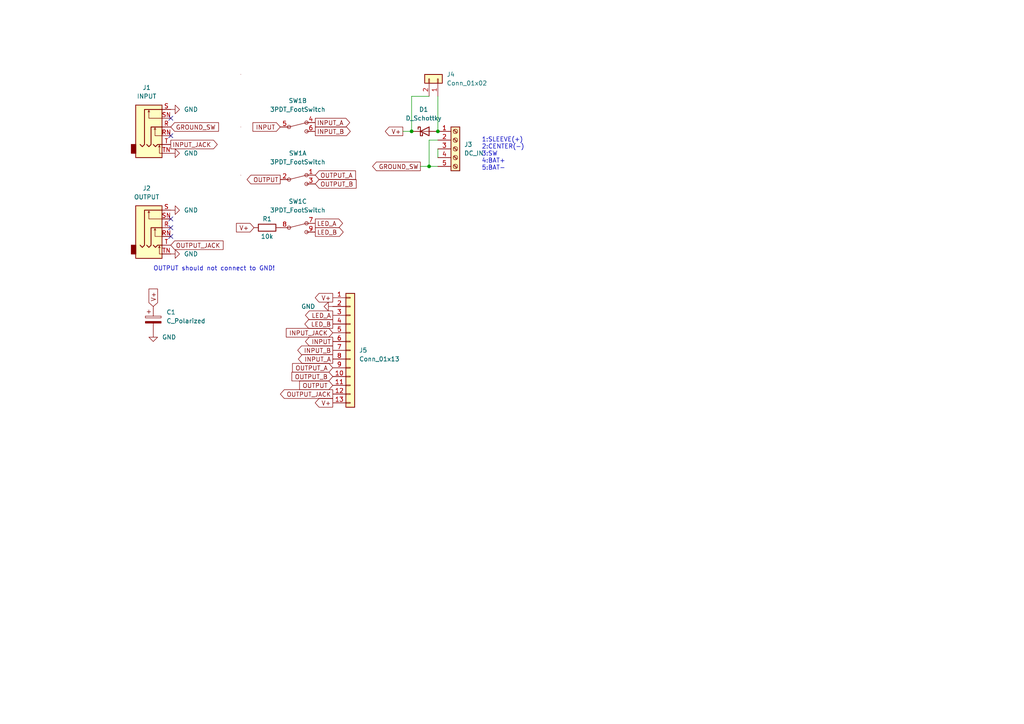
<source format=kicad_sch>
(kicad_sch (version 20211123) (generator eeschema)

  (uuid 8382aa8f-4497-4066-9c82-5874a6c8156a)

  (paper "A4")

  (lib_symbols
    (symbol "Connector:AudioJack3_Switch" (in_bom yes) (on_board yes)
      (property "Reference" "J" (id 0) (at 0 11.43 0)
        (effects (font (size 1.27 1.27)))
      )
      (property "Value" "AudioJack3_Switch" (id 1) (at 0 8.89 0)
        (effects (font (size 1.27 1.27)))
      )
      (property "Footprint" "" (id 2) (at 0 0 0)
        (effects (font (size 1.27 1.27)) hide)
      )
      (property "Datasheet" "~" (id 3) (at 0 0 0)
        (effects (font (size 1.27 1.27)) hide)
      )
      (property "ki_keywords" "audio jack receptacle stereo headphones connector" (id 4) (at 0 0 0)
        (effects (font (size 1.27 1.27)) hide)
      )
      (property "ki_description" "Audio Jack, 3 Poles (Stereo / TRS), Switched Poles (Normalling)" (id 5) (at 0 0 0)
        (effects (font (size 1.27 1.27)) hide)
      )
      (property "ki_fp_filters" "Jack*" (id 6) (at 0 0 0)
        (effects (font (size 1.27 1.27)) hide)
      )
      (symbol "AudioJack3_Switch_0_1"
        (rectangle (start -5.08 -5.08) (end -6.35 -7.62)
          (stroke (width 0.254) (type default) (color 0 0 0 0))
          (fill (type outline))
        )
        (polyline
          (pts
            (xy -1.27 4.826)
            (xy -1.016 4.318)
          )
          (stroke (width 0) (type default) (color 0 0 0 0))
          (fill (type none))
        )
        (polyline
          (pts
            (xy 0.508 -0.254)
            (xy 0.762 -0.762)
          )
          (stroke (width 0) (type default) (color 0 0 0 0))
          (fill (type none))
        )
        (polyline
          (pts
            (xy 1.778 -5.334)
            (xy 2.032 -5.842)
          )
          (stroke (width 0) (type default) (color 0 0 0 0))
          (fill (type none))
        )
        (polyline
          (pts
            (xy 0 -5.08)
            (xy 0.635 -5.715)
            (xy 1.27 -5.08)
            (xy 2.54 -5.08)
          )
          (stroke (width 0.254) (type default) (color 0 0 0 0))
          (fill (type none))
        )
        (polyline
          (pts
            (xy 2.54 -7.62)
            (xy 1.778 -7.62)
            (xy 1.778 -5.334)
            (xy 1.524 -5.842)
          )
          (stroke (width 0) (type default) (color 0 0 0 0))
          (fill (type none))
        )
        (polyline
          (pts
            (xy 2.54 -2.54)
            (xy 0.508 -2.54)
            (xy 0.508 -0.254)
            (xy 0.254 -0.762)
          )
          (stroke (width 0) (type default) (color 0 0 0 0))
          (fill (type none))
        )
        (polyline
          (pts
            (xy 2.54 2.54)
            (xy -1.27 2.54)
            (xy -1.27 4.826)
            (xy -1.524 4.318)
          )
          (stroke (width 0) (type default) (color 0 0 0 0))
          (fill (type none))
        )
        (polyline
          (pts
            (xy -1.905 -5.08)
            (xy -1.27 -5.715)
            (xy -0.635 -5.08)
            (xy -0.635 0)
            (xy 2.54 0)
          )
          (stroke (width 0.254) (type default) (color 0 0 0 0))
          (fill (type none))
        )
        (polyline
          (pts
            (xy 2.54 5.08)
            (xy -2.54 5.08)
            (xy -2.54 -5.08)
            (xy -3.175 -5.715)
            (xy -3.81 -5.08)
          )
          (stroke (width 0.254) (type default) (color 0 0 0 0))
          (fill (type none))
        )
        (rectangle (start 2.54 6.35) (end -5.08 -8.89)
          (stroke (width 0.254) (type default) (color 0 0 0 0))
          (fill (type background))
        )
      )
      (symbol "AudioJack3_Switch_1_1"
        (pin passive line (at 5.08 0 180) (length 2.54)
          (name "~" (effects (font (size 1.27 1.27))))
          (number "R" (effects (font (size 1.27 1.27))))
        )
        (pin passive line (at 5.08 -2.54 180) (length 2.54)
          (name "~" (effects (font (size 1.27 1.27))))
          (number "RN" (effects (font (size 1.27 1.27))))
        )
        (pin passive line (at 5.08 5.08 180) (length 2.54)
          (name "~" (effects (font (size 1.27 1.27))))
          (number "S" (effects (font (size 1.27 1.27))))
        )
        (pin passive line (at 5.08 2.54 180) (length 2.54)
          (name "~" (effects (font (size 1.27 1.27))))
          (number "SN" (effects (font (size 1.27 1.27))))
        )
        (pin passive line (at 5.08 -5.08 180) (length 2.54)
          (name "~" (effects (font (size 1.27 1.27))))
          (number "T" (effects (font (size 1.27 1.27))))
        )
        (pin passive line (at 5.08 -7.62 180) (length 2.54)
          (name "~" (effects (font (size 1.27 1.27))))
          (number "TN" (effects (font (size 1.27 1.27))))
        )
      )
    )
    (symbol "Connector:Screw_Terminal_01x05" (pin_names (offset 1.016) hide) (in_bom yes) (on_board yes)
      (property "Reference" "J" (id 0) (at 0 7.62 0)
        (effects (font (size 1.27 1.27)))
      )
      (property "Value" "Screw_Terminal_01x05" (id 1) (at 0 -7.62 0)
        (effects (font (size 1.27 1.27)))
      )
      (property "Footprint" "" (id 2) (at 0 0 0)
        (effects (font (size 1.27 1.27)) hide)
      )
      (property "Datasheet" "~" (id 3) (at 0 0 0)
        (effects (font (size 1.27 1.27)) hide)
      )
      (property "ki_keywords" "screw terminal" (id 4) (at 0 0 0)
        (effects (font (size 1.27 1.27)) hide)
      )
      (property "ki_description" "Generic screw terminal, single row, 01x05, script generated (kicad-library-utils/schlib/autogen/connector/)" (id 5) (at 0 0 0)
        (effects (font (size 1.27 1.27)) hide)
      )
      (property "ki_fp_filters" "TerminalBlock*:*" (id 6) (at 0 0 0)
        (effects (font (size 1.27 1.27)) hide)
      )
      (symbol "Screw_Terminal_01x05_1_1"
        (rectangle (start -1.27 6.35) (end 1.27 -6.35)
          (stroke (width 0.254) (type default) (color 0 0 0 0))
          (fill (type background))
        )
        (circle (center 0 -5.08) (radius 0.635)
          (stroke (width 0.1524) (type default) (color 0 0 0 0))
          (fill (type none))
        )
        (circle (center 0 -2.54) (radius 0.635)
          (stroke (width 0.1524) (type default) (color 0 0 0 0))
          (fill (type none))
        )
        (polyline
          (pts
            (xy -0.5334 -4.7498)
            (xy 0.3302 -5.588)
          )
          (stroke (width 0.1524) (type default) (color 0 0 0 0))
          (fill (type none))
        )
        (polyline
          (pts
            (xy -0.5334 -2.2098)
            (xy 0.3302 -3.048)
          )
          (stroke (width 0.1524) (type default) (color 0 0 0 0))
          (fill (type none))
        )
        (polyline
          (pts
            (xy -0.5334 0.3302)
            (xy 0.3302 -0.508)
          )
          (stroke (width 0.1524) (type default) (color 0 0 0 0))
          (fill (type none))
        )
        (polyline
          (pts
            (xy -0.5334 2.8702)
            (xy 0.3302 2.032)
          )
          (stroke (width 0.1524) (type default) (color 0 0 0 0))
          (fill (type none))
        )
        (polyline
          (pts
            (xy -0.5334 5.4102)
            (xy 0.3302 4.572)
          )
          (stroke (width 0.1524) (type default) (color 0 0 0 0))
          (fill (type none))
        )
        (polyline
          (pts
            (xy -0.3556 -4.572)
            (xy 0.508 -5.4102)
          )
          (stroke (width 0.1524) (type default) (color 0 0 0 0))
          (fill (type none))
        )
        (polyline
          (pts
            (xy -0.3556 -2.032)
            (xy 0.508 -2.8702)
          )
          (stroke (width 0.1524) (type default) (color 0 0 0 0))
          (fill (type none))
        )
        (polyline
          (pts
            (xy -0.3556 0.508)
            (xy 0.508 -0.3302)
          )
          (stroke (width 0.1524) (type default) (color 0 0 0 0))
          (fill (type none))
        )
        (polyline
          (pts
            (xy -0.3556 3.048)
            (xy 0.508 2.2098)
          )
          (stroke (width 0.1524) (type default) (color 0 0 0 0))
          (fill (type none))
        )
        (polyline
          (pts
            (xy -0.3556 5.588)
            (xy 0.508 4.7498)
          )
          (stroke (width 0.1524) (type default) (color 0 0 0 0))
          (fill (type none))
        )
        (circle (center 0 0) (radius 0.635)
          (stroke (width 0.1524) (type default) (color 0 0 0 0))
          (fill (type none))
        )
        (circle (center 0 2.54) (radius 0.635)
          (stroke (width 0.1524) (type default) (color 0 0 0 0))
          (fill (type none))
        )
        (circle (center 0 5.08) (radius 0.635)
          (stroke (width 0.1524) (type default) (color 0 0 0 0))
          (fill (type none))
        )
        (pin passive line (at -5.08 5.08 0) (length 3.81)
          (name "Pin_1" (effects (font (size 1.27 1.27))))
          (number "1" (effects (font (size 1.27 1.27))))
        )
        (pin passive line (at -5.08 2.54 0) (length 3.81)
          (name "Pin_2" (effects (font (size 1.27 1.27))))
          (number "2" (effects (font (size 1.27 1.27))))
        )
        (pin passive line (at -5.08 0 0) (length 3.81)
          (name "Pin_3" (effects (font (size 1.27 1.27))))
          (number "3" (effects (font (size 1.27 1.27))))
        )
        (pin passive line (at -5.08 -2.54 0) (length 3.81)
          (name "Pin_4" (effects (font (size 1.27 1.27))))
          (number "4" (effects (font (size 1.27 1.27))))
        )
        (pin passive line (at -5.08 -5.08 0) (length 3.81)
          (name "Pin_5" (effects (font (size 1.27 1.27))))
          (number "5" (effects (font (size 1.27 1.27))))
        )
      )
    )
    (symbol "Connector_Generic:Conn_01x02" (pin_names (offset 1.016) hide) (in_bom yes) (on_board yes)
      (property "Reference" "J" (id 0) (at 0 2.54 0)
        (effects (font (size 1.27 1.27)))
      )
      (property "Value" "Conn_01x02" (id 1) (at 0 -5.08 0)
        (effects (font (size 1.27 1.27)))
      )
      (property "Footprint" "" (id 2) (at 0 0 0)
        (effects (font (size 1.27 1.27)) hide)
      )
      (property "Datasheet" "~" (id 3) (at 0 0 0)
        (effects (font (size 1.27 1.27)) hide)
      )
      (property "ki_keywords" "connector" (id 4) (at 0 0 0)
        (effects (font (size 1.27 1.27)) hide)
      )
      (property "ki_description" "Generic connector, single row, 01x02, script generated (kicad-library-utils/schlib/autogen/connector/)" (id 5) (at 0 0 0)
        (effects (font (size 1.27 1.27)) hide)
      )
      (property "ki_fp_filters" "Connector*:*_1x??_*" (id 6) (at 0 0 0)
        (effects (font (size 1.27 1.27)) hide)
      )
      (symbol "Conn_01x02_1_1"
        (rectangle (start -1.27 -2.413) (end 0 -2.667)
          (stroke (width 0.1524) (type default) (color 0 0 0 0))
          (fill (type none))
        )
        (rectangle (start -1.27 0.127) (end 0 -0.127)
          (stroke (width 0.1524) (type default) (color 0 0 0 0))
          (fill (type none))
        )
        (rectangle (start -1.27 1.27) (end 1.27 -3.81)
          (stroke (width 0.254) (type default) (color 0 0 0 0))
          (fill (type background))
        )
        (pin passive line (at -5.08 0 0) (length 3.81)
          (name "Pin_1" (effects (font (size 1.27 1.27))))
          (number "1" (effects (font (size 1.27 1.27))))
        )
        (pin passive line (at -5.08 -2.54 0) (length 3.81)
          (name "Pin_2" (effects (font (size 1.27 1.27))))
          (number "2" (effects (font (size 1.27 1.27))))
        )
      )
    )
    (symbol "Connector_Generic:Conn_01x13" (pin_names (offset 1.016) hide) (in_bom yes) (on_board yes)
      (property "Reference" "J" (id 0) (at 0 17.78 0)
        (effects (font (size 1.27 1.27)))
      )
      (property "Value" "Conn_01x13" (id 1) (at 0 -17.78 0)
        (effects (font (size 1.27 1.27)))
      )
      (property "Footprint" "" (id 2) (at 0 0 0)
        (effects (font (size 1.27 1.27)) hide)
      )
      (property "Datasheet" "~" (id 3) (at 0 0 0)
        (effects (font (size 1.27 1.27)) hide)
      )
      (property "ki_keywords" "connector" (id 4) (at 0 0 0)
        (effects (font (size 1.27 1.27)) hide)
      )
      (property "ki_description" "Generic connector, single row, 01x13, script generated (kicad-library-utils/schlib/autogen/connector/)" (id 5) (at 0 0 0)
        (effects (font (size 1.27 1.27)) hide)
      )
      (property "ki_fp_filters" "Connector*:*_1x??_*" (id 6) (at 0 0 0)
        (effects (font (size 1.27 1.27)) hide)
      )
      (symbol "Conn_01x13_1_1"
        (rectangle (start -1.27 -15.113) (end 0 -15.367)
          (stroke (width 0.1524) (type default) (color 0 0 0 0))
          (fill (type none))
        )
        (rectangle (start -1.27 -12.573) (end 0 -12.827)
          (stroke (width 0.1524) (type default) (color 0 0 0 0))
          (fill (type none))
        )
        (rectangle (start -1.27 -10.033) (end 0 -10.287)
          (stroke (width 0.1524) (type default) (color 0 0 0 0))
          (fill (type none))
        )
        (rectangle (start -1.27 -7.493) (end 0 -7.747)
          (stroke (width 0.1524) (type default) (color 0 0 0 0))
          (fill (type none))
        )
        (rectangle (start -1.27 -4.953) (end 0 -5.207)
          (stroke (width 0.1524) (type default) (color 0 0 0 0))
          (fill (type none))
        )
        (rectangle (start -1.27 -2.413) (end 0 -2.667)
          (stroke (width 0.1524) (type default) (color 0 0 0 0))
          (fill (type none))
        )
        (rectangle (start -1.27 0.127) (end 0 -0.127)
          (stroke (width 0.1524) (type default) (color 0 0 0 0))
          (fill (type none))
        )
        (rectangle (start -1.27 2.667) (end 0 2.413)
          (stroke (width 0.1524) (type default) (color 0 0 0 0))
          (fill (type none))
        )
        (rectangle (start -1.27 5.207) (end 0 4.953)
          (stroke (width 0.1524) (type default) (color 0 0 0 0))
          (fill (type none))
        )
        (rectangle (start -1.27 7.747) (end 0 7.493)
          (stroke (width 0.1524) (type default) (color 0 0 0 0))
          (fill (type none))
        )
        (rectangle (start -1.27 10.287) (end 0 10.033)
          (stroke (width 0.1524) (type default) (color 0 0 0 0))
          (fill (type none))
        )
        (rectangle (start -1.27 12.827) (end 0 12.573)
          (stroke (width 0.1524) (type default) (color 0 0 0 0))
          (fill (type none))
        )
        (rectangle (start -1.27 15.367) (end 0 15.113)
          (stroke (width 0.1524) (type default) (color 0 0 0 0))
          (fill (type none))
        )
        (rectangle (start -1.27 16.51) (end 1.27 -16.51)
          (stroke (width 0.254) (type default) (color 0 0 0 0))
          (fill (type background))
        )
        (pin passive line (at -5.08 15.24 0) (length 3.81)
          (name "Pin_1" (effects (font (size 1.27 1.27))))
          (number "1" (effects (font (size 1.27 1.27))))
        )
        (pin passive line (at -5.08 -7.62 0) (length 3.81)
          (name "Pin_10" (effects (font (size 1.27 1.27))))
          (number "10" (effects (font (size 1.27 1.27))))
        )
        (pin passive line (at -5.08 -10.16 0) (length 3.81)
          (name "Pin_11" (effects (font (size 1.27 1.27))))
          (number "11" (effects (font (size 1.27 1.27))))
        )
        (pin passive line (at -5.08 -12.7 0) (length 3.81)
          (name "Pin_12" (effects (font (size 1.27 1.27))))
          (number "12" (effects (font (size 1.27 1.27))))
        )
        (pin passive line (at -5.08 -15.24 0) (length 3.81)
          (name "Pin_13" (effects (font (size 1.27 1.27))))
          (number "13" (effects (font (size 1.27 1.27))))
        )
        (pin passive line (at -5.08 12.7 0) (length 3.81)
          (name "Pin_2" (effects (font (size 1.27 1.27))))
          (number "2" (effects (font (size 1.27 1.27))))
        )
        (pin passive line (at -5.08 10.16 0) (length 3.81)
          (name "Pin_3" (effects (font (size 1.27 1.27))))
          (number "3" (effects (font (size 1.27 1.27))))
        )
        (pin passive line (at -5.08 7.62 0) (length 3.81)
          (name "Pin_4" (effects (font (size 1.27 1.27))))
          (number "4" (effects (font (size 1.27 1.27))))
        )
        (pin passive line (at -5.08 5.08 0) (length 3.81)
          (name "Pin_5" (effects (font (size 1.27 1.27))))
          (number "5" (effects (font (size 1.27 1.27))))
        )
        (pin passive line (at -5.08 2.54 0) (length 3.81)
          (name "Pin_6" (effects (font (size 1.27 1.27))))
          (number "6" (effects (font (size 1.27 1.27))))
        )
        (pin passive line (at -5.08 0 0) (length 3.81)
          (name "Pin_7" (effects (font (size 1.27 1.27))))
          (number "7" (effects (font (size 1.27 1.27))))
        )
        (pin passive line (at -5.08 -2.54 0) (length 3.81)
          (name "Pin_8" (effects (font (size 1.27 1.27))))
          (number "8" (effects (font (size 1.27 1.27))))
        )
        (pin passive line (at -5.08 -5.08 0) (length 3.81)
          (name "Pin_9" (effects (font (size 1.27 1.27))))
          (number "9" (effects (font (size 1.27 1.27))))
        )
      )
    )
    (symbol "Device:C_Polarized" (pin_numbers hide) (pin_names (offset 0.254)) (in_bom yes) (on_board yes)
      (property "Reference" "C" (id 0) (at 0.635 2.54 0)
        (effects (font (size 1.27 1.27)) (justify left))
      )
      (property "Value" "C_Polarized" (id 1) (at 0.635 -2.54 0)
        (effects (font (size 1.27 1.27)) (justify left))
      )
      (property "Footprint" "" (id 2) (at 0.9652 -3.81 0)
        (effects (font (size 1.27 1.27)) hide)
      )
      (property "Datasheet" "~" (id 3) (at 0 0 0)
        (effects (font (size 1.27 1.27)) hide)
      )
      (property "ki_keywords" "cap capacitor" (id 4) (at 0 0 0)
        (effects (font (size 1.27 1.27)) hide)
      )
      (property "ki_description" "Polarized capacitor" (id 5) (at 0 0 0)
        (effects (font (size 1.27 1.27)) hide)
      )
      (property "ki_fp_filters" "CP_*" (id 6) (at 0 0 0)
        (effects (font (size 1.27 1.27)) hide)
      )
      (symbol "C_Polarized_0_1"
        (rectangle (start -2.286 0.508) (end 2.286 1.016)
          (stroke (width 0) (type default) (color 0 0 0 0))
          (fill (type none))
        )
        (polyline
          (pts
            (xy -1.778 2.286)
            (xy -0.762 2.286)
          )
          (stroke (width 0) (type default) (color 0 0 0 0))
          (fill (type none))
        )
        (polyline
          (pts
            (xy -1.27 2.794)
            (xy -1.27 1.778)
          )
          (stroke (width 0) (type default) (color 0 0 0 0))
          (fill (type none))
        )
        (rectangle (start 2.286 -0.508) (end -2.286 -1.016)
          (stroke (width 0) (type default) (color 0 0 0 0))
          (fill (type outline))
        )
      )
      (symbol "C_Polarized_1_1"
        (pin passive line (at 0 3.81 270) (length 2.794)
          (name "~" (effects (font (size 1.27 1.27))))
          (number "1" (effects (font (size 1.27 1.27))))
        )
        (pin passive line (at 0 -3.81 90) (length 2.794)
          (name "~" (effects (font (size 1.27 1.27))))
          (number "2" (effects (font (size 1.27 1.27))))
        )
      )
    )
    (symbol "Device:D_Schottky" (pin_numbers hide) (pin_names (offset 1.016) hide) (in_bom yes) (on_board yes)
      (property "Reference" "D" (id 0) (at 0 2.54 0)
        (effects (font (size 1.27 1.27)))
      )
      (property "Value" "D_Schottky" (id 1) (at 0 -2.54 0)
        (effects (font (size 1.27 1.27)))
      )
      (property "Footprint" "" (id 2) (at 0 0 0)
        (effects (font (size 1.27 1.27)) hide)
      )
      (property "Datasheet" "~" (id 3) (at 0 0 0)
        (effects (font (size 1.27 1.27)) hide)
      )
      (property "ki_keywords" "diode Schottky" (id 4) (at 0 0 0)
        (effects (font (size 1.27 1.27)) hide)
      )
      (property "ki_description" "Schottky diode" (id 5) (at 0 0 0)
        (effects (font (size 1.27 1.27)) hide)
      )
      (property "ki_fp_filters" "TO-???* *_Diode_* *SingleDiode* D_*" (id 6) (at 0 0 0)
        (effects (font (size 1.27 1.27)) hide)
      )
      (symbol "D_Schottky_0_1"
        (polyline
          (pts
            (xy 1.27 0)
            (xy -1.27 0)
          )
          (stroke (width 0) (type default) (color 0 0 0 0))
          (fill (type none))
        )
        (polyline
          (pts
            (xy 1.27 1.27)
            (xy 1.27 -1.27)
            (xy -1.27 0)
            (xy 1.27 1.27)
          )
          (stroke (width 0.254) (type default) (color 0 0 0 0))
          (fill (type none))
        )
        (polyline
          (pts
            (xy -1.905 0.635)
            (xy -1.905 1.27)
            (xy -1.27 1.27)
            (xy -1.27 -1.27)
            (xy -0.635 -1.27)
            (xy -0.635 -0.635)
          )
          (stroke (width 0.254) (type default) (color 0 0 0 0))
          (fill (type none))
        )
      )
      (symbol "D_Schottky_1_1"
        (pin passive line (at -3.81 0 0) (length 2.54)
          (name "K" (effects (font (size 1.27 1.27))))
          (number "1" (effects (font (size 1.27 1.27))))
        )
        (pin passive line (at 3.81 0 180) (length 2.54)
          (name "A" (effects (font (size 1.27 1.27))))
          (number "2" (effects (font (size 1.27 1.27))))
        )
      )
    )
    (symbol "Device:R" (pin_numbers hide) (pin_names (offset 0)) (in_bom yes) (on_board yes)
      (property "Reference" "R" (id 0) (at 2.032 0 90)
        (effects (font (size 1.27 1.27)))
      )
      (property "Value" "R" (id 1) (at 0 0 90)
        (effects (font (size 1.27 1.27)))
      )
      (property "Footprint" "" (id 2) (at -1.778 0 90)
        (effects (font (size 1.27 1.27)) hide)
      )
      (property "Datasheet" "~" (id 3) (at 0 0 0)
        (effects (font (size 1.27 1.27)) hide)
      )
      (property "ki_keywords" "R res resistor" (id 4) (at 0 0 0)
        (effects (font (size 1.27 1.27)) hide)
      )
      (property "ki_description" "Resistor" (id 5) (at 0 0 0)
        (effects (font (size 1.27 1.27)) hide)
      )
      (property "ki_fp_filters" "R_*" (id 6) (at 0 0 0)
        (effects (font (size 1.27 1.27)) hide)
      )
      (symbol "R_0_1"
        (rectangle (start -1.016 -2.54) (end 1.016 2.54)
          (stroke (width 0.254) (type default) (color 0 0 0 0))
          (fill (type none))
        )
      )
      (symbol "R_1_1"
        (pin passive line (at 0 3.81 270) (length 1.27)
          (name "~" (effects (font (size 1.27 1.27))))
          (number "1" (effects (font (size 1.27 1.27))))
        )
        (pin passive line (at 0 -3.81 90) (length 1.27)
          (name "~" (effects (font (size 1.27 1.27))))
          (number "2" (effects (font (size 1.27 1.27))))
        )
      )
    )
    (symbol "ak_misc:3PDT_FootSwitch" (in_bom yes) (on_board yes)
      (property "Reference" "SW" (id 0) (at 0 -3.81 0)
        (effects (font (size 1.27 1.27)))
      )
      (property "Value" "3PDT_FootSwitch" (id 1) (at 0 5.08 0)
        (effects (font (size 1.27 1.27)))
      )
      (property "Footprint" "" (id 2) (at 0 0 0)
        (effects (font (size 1.27 1.27)) hide)
      )
      (property "Datasheet" "" (id 3) (at 0 0 0)
        (effects (font (size 1.27 1.27)) hide)
      )
      (symbol "3PDT_FootSwitch_0_1"
        (rectangle (start -16.51 15.24) (end -16.51 15.24)
          (stroke (width 0) (type default) (color 0 0 0 0))
          (fill (type none))
        )
        (circle (center -2.54 0) (radius 0.4927)
          (stroke (width 0) (type default) (color 0 0 0 0))
          (fill (type none))
        )
        (polyline
          (pts
            (xy -16.51 15.24)
            (xy -16.51 15.24)
          )
          (stroke (width 0) (type default) (color 0 0 0 0))
          (fill (type none))
        )
        (polyline
          (pts
            (xy -16.51 15.24)
            (xy -16.51 15.24)
          )
          (stroke (width 0) (type default) (color 0 0 0 0))
          (fill (type none))
        )
        (polyline
          (pts
            (xy -16.51 15.24)
            (xy -16.51 15.24)
          )
          (stroke (width 0) (type default) (color 0 0 0 0))
          (fill (type none))
        )
        (polyline
          (pts
            (xy -16.51 15.24)
            (xy -16.51 15.24)
          )
          (stroke (width 0) (type default) (color 0 0 0 0))
          (fill (type none))
        )
        (polyline
          (pts
            (xy 2.54 1.27)
            (xy -2.54 0)
          )
          (stroke (width 0) (type default) (color 0 0 0 0))
          (fill (type none))
        )
        (polyline
          (pts
            (xy 35.56 17.78)
            (xy 35.56 17.78)
          )
          (stroke (width 0) (type default) (color 0 0 0 0))
          (fill (type none))
        )
        (circle (center 2.54 -1.27) (radius 0.4927)
          (stroke (width 0) (type default) (color 0 0 0 0))
          (fill (type none))
        )
        (circle (center 2.54 1.27) (radius 0.4927)
          (stroke (width 0) (type default) (color 0 0 0 0))
          (fill (type none))
        )
      )
      (symbol "3PDT_FootSwitch_1_1"
        (pin bidirectional line (at 5.08 1.27 180) (length 2.54)
          (name "" (effects (font (size 1.27 1.27))))
          (number "1" (effects (font (size 1.27 1.27))))
        )
        (pin bidirectional line (at -5.08 0 0) (length 2.54)
          (name "" (effects (font (size 1.27 1.27))))
          (number "2" (effects (font (size 1.27 1.27))))
        )
        (pin bidirectional line (at 5.08 -1.27 180) (length 2.54)
          (name "" (effects (font (size 1.27 1.27))))
          (number "3" (effects (font (size 1.27 1.27))))
        )
      )
      (symbol "3PDT_FootSwitch_2_1"
        (pin bidirectional line (at 5.08 1.27 180) (length 2.54)
          (name "" (effects (font (size 1.27 1.27))))
          (number "4" (effects (font (size 1.27 1.27))))
        )
        (pin bidirectional line (at -5.08 0 0) (length 2.54)
          (name "" (effects (font (size 1.27 1.27))))
          (number "5" (effects (font (size 1.27 1.27))))
        )
        (pin bidirectional line (at 5.08 -1.27 180) (length 2.54)
          (name "" (effects (font (size 1.27 1.27))))
          (number "6" (effects (font (size 1.27 1.27))))
        )
      )
      (symbol "3PDT_FootSwitch_3_1"
        (pin bidirectional line (at 5.08 1.27 180) (length 2.54)
          (name "" (effects (font (size 1.27 1.27))))
          (number "7" (effects (font (size 1.27 1.27))))
        )
        (pin bidirectional line (at -5.08 0 0) (length 2.54)
          (name "" (effects (font (size 1.27 1.27))))
          (number "8" (effects (font (size 1.27 1.27))))
        )
        (pin bidirectional line (at 5.08 -1.27 180) (length 2.54)
          (name "" (effects (font (size 1.27 1.27))))
          (number "9" (effects (font (size 1.27 1.27))))
        )
      )
    )
    (symbol "power:GND" (power) (pin_names (offset 0)) (in_bom yes) (on_board yes)
      (property "Reference" "#PWR" (id 0) (at 0 -6.35 0)
        (effects (font (size 1.27 1.27)) hide)
      )
      (property "Value" "GND" (id 1) (at 0 -3.81 0)
        (effects (font (size 1.27 1.27)))
      )
      (property "Footprint" "" (id 2) (at 0 0 0)
        (effects (font (size 1.27 1.27)) hide)
      )
      (property "Datasheet" "" (id 3) (at 0 0 0)
        (effects (font (size 1.27 1.27)) hide)
      )
      (property "ki_keywords" "power-flag" (id 4) (at 0 0 0)
        (effects (font (size 1.27 1.27)) hide)
      )
      (property "ki_description" "Power symbol creates a global label with name \"GND\" , ground" (id 5) (at 0 0 0)
        (effects (font (size 1.27 1.27)) hide)
      )
      (symbol "GND_0_1"
        (polyline
          (pts
            (xy 0 0)
            (xy 0 -1.27)
            (xy 1.27 -1.27)
            (xy 0 -2.54)
            (xy -1.27 -1.27)
            (xy 0 -1.27)
          )
          (stroke (width 0) (type default) (color 0 0 0 0))
          (fill (type none))
        )
      )
      (symbol "GND_1_1"
        (pin power_in line (at 0 0 270) (length 0) hide
          (name "GND" (effects (font (size 1.27 1.27))))
          (number "1" (effects (font (size 1.27 1.27))))
        )
      )
    )
  )

  (junction (at 124.46 48.26) (diameter 0) (color 0 0 0 0)
    (uuid 0bdff84a-5d6e-4bb2-a808-094fa5440109)
  )
  (junction (at 119.38 38.1) (diameter 0) (color 0 0 0 0)
    (uuid 75074095-5864-47d1-8e9c-9f18413ff9bc)
  )
  (junction (at 127 38.1) (diameter 0) (color 0 0 0 0)
    (uuid 78ca8de2-a9e2-4844-8a7c-5fcc5b075ab6)
  )

  (no_connect (at 49.53 63.5) (uuid 59c4923f-48e1-4061-8b11-38652aa6f6ee))
  (no_connect (at 49.53 34.29) (uuid 59c4923f-48e1-4061-8b11-38652aa6f6ef))
  (no_connect (at 49.53 66.04) (uuid e6aca71f-bb62-404b-ab50-cdf8806abe60))
  (no_connect (at 49.53 68.58) (uuid e6aca71f-bb62-404b-ab50-cdf8806abe61))
  (no_connect (at 49.53 39.37) (uuid e6aca71f-bb62-404b-ab50-cdf8806abe62))

  (wire (pts (xy 119.38 27.94) (xy 119.38 38.1))
    (stroke (width 0) (type default) (color 0 0 0 0))
    (uuid 0956489b-1833-4064-bb72-f1c5b486f137)
  )
  (wire (pts (xy 124.46 40.64) (xy 124.46 48.26))
    (stroke (width 0) (type default) (color 0 0 0 0))
    (uuid 12e5599f-58b2-4622-9aa9-8ff75ea222c7)
  )
  (wire (pts (xy 121.92 48.26) (xy 124.46 48.26))
    (stroke (width 0) (type default) (color 0 0 0 0))
    (uuid 2ba4e9da-e137-4895-960f-9dbab87a4b05)
  )
  (wire (pts (xy 116.84 38.1) (xy 119.38 38.1))
    (stroke (width 0) (type default) (color 0 0 0 0))
    (uuid 2c4c7e36-0240-4978-a43c-9dcea1b66fce)
  )
  (wire (pts (xy 127 43.18) (xy 127 45.72))
    (stroke (width 0) (type default) (color 0 0 0 0))
    (uuid 31e68f72-a561-4d85-8d9e-168b34853960)
  )
  (wire (pts (xy 127 40.64) (xy 124.46 40.64))
    (stroke (width 0) (type default) (color 0 0 0 0))
    (uuid 35a050da-1937-4666-8d89-b0235f785745)
  )
  (wire (pts (xy 127 27.94) (xy 127 38.1))
    (stroke (width 0) (type default) (color 0 0 0 0))
    (uuid 39b13c5b-dca1-4d18-ab42-80ab7aab25b7)
  )
  (wire (pts (xy 124.46 27.94) (xy 119.38 27.94))
    (stroke (width 0) (type default) (color 0 0 0 0))
    (uuid 819bae9c-920f-4044-86c6-e23f1292eff0)
  )
  (wire (pts (xy 124.46 48.26) (xy 127 48.26))
    (stroke (width 0) (type default) (color 0 0 0 0))
    (uuid a2bed9be-aecb-45ad-8480-12cc259fa268)
  )

  (text "1:SLEEVE(+)\n2:CENTER(-)\n3:SW\n4:BAT+\n5:BAT-" (at 139.7 49.53 0)
    (effects (font (size 1.27 1.27)) (justify left bottom))
    (uuid 658003e2-7912-4a9f-bfa0-cb1569c70b25)
  )
  (text "OUTPUT should not connect to GND!" (at 44.45 78.74 0)
    (effects (font (size 1.27 1.27)) (justify left bottom))
    (uuid c5667861-5218-4db4-9db0-e41fe3d6b61f)
  )

  (global_label "V+" (shape output) (at 96.52 116.84 180) (fields_autoplaced)
    (effects (font (size 1.27 1.27)) (justify right))
    (uuid 12d01342-e830-4de6-b0f1-228f2dd3aca3)
    (property "Intersheet References" "${INTERSHEET_REFS}" (id 0) (at 91.4459 116.7606 0)
      (effects (font (size 1.27 1.27)) (justify right) hide)
    )
  )
  (global_label "GROUND_SW" (shape output) (at 121.92 48.26 180) (fields_autoplaced)
    (effects (font (size 1.27 1.27)) (justify right))
    (uuid 26efb071-61aa-452f-865e-81fa2355d0bf)
    (property "Intersheet References" "${INTERSHEET_REFS}" (id 0) (at 108.0769 48.3394 0)
      (effects (font (size 1.27 1.27)) (justify right) hide)
    )
  )
  (global_label "V+" (shape output) (at 96.52 86.36 180) (fields_autoplaced)
    (effects (font (size 1.27 1.27)) (justify right))
    (uuid 33f23323-0844-483d-bc42-b8bb6d8db532)
    (property "Intersheet References" "${INTERSHEET_REFS}" (id 0) (at 91.4459 86.2806 0)
      (effects (font (size 1.27 1.27)) (justify right) hide)
    )
  )
  (global_label "LED_B" (shape output) (at 91.44 67.31 0) (fields_autoplaced)
    (effects (font (size 1.27 1.27)) (justify left))
    (uuid 366080b2-c98f-402f-9737-231c9b230f0a)
    (property "Intersheet References" "${INTERSHEET_REFS}" (id 0) (at 99.5379 67.2306 0)
      (effects (font (size 1.27 1.27)) (justify left) hide)
    )
  )
  (global_label "OUTPUT_JACK" (shape output) (at 96.52 114.3 180) (fields_autoplaced)
    (effects (font (size 1.27 1.27)) (justify right))
    (uuid 63be18fa-4a32-4874-a798-6f9f807d53b2)
    (property "Intersheet References" "${INTERSHEET_REFS}" (id 0) (at 81.3464 114.2206 0)
      (effects (font (size 1.27 1.27)) (justify right) hide)
    )
  )
  (global_label "V+" (shape input) (at 73.66 66.04 180) (fields_autoplaced)
    (effects (font (size 1.27 1.27)) (justify right))
    (uuid 6c7c659c-818a-4406-8195-bcf23bb02a56)
    (property "Intersheet References" "${INTERSHEET_REFS}" (id 0) (at 68.5859 66.1194 0)
      (effects (font (size 1.27 1.27)) (justify right) hide)
    )
  )
  (global_label "V+" (shape input) (at 44.45 88.9 90) (fields_autoplaced)
    (effects (font (size 1.27 1.27)) (justify left))
    (uuid 76aba7d4-27c3-4d02-bacc-1477e116a485)
    (property "Intersheet References" "${INTERSHEET_REFS}" (id 0) (at 44.3706 83.8259 90)
      (effects (font (size 1.27 1.27)) (justify left) hide)
    )
  )
  (global_label "INPUT_A" (shape output) (at 96.52 104.14 180) (fields_autoplaced)
    (effects (font (size 1.27 1.27)) (justify right))
    (uuid 7745e1d4-c307-40b7-aa68-1a7e09b39c00)
    (property "Intersheet References" "${INTERSHEET_REFS}" (id 0) (at 86.5474 104.2194 0)
      (effects (font (size 1.27 1.27)) (justify right) hide)
    )
  )
  (global_label "INPUT_B" (shape output) (at 91.44 38.1 0) (fields_autoplaced)
    (effects (font (size 1.27 1.27)) (justify left))
    (uuid 7a84a79e-0cb8-4061-a7ad-64c2031b8714)
    (property "Intersheet References" "${INTERSHEET_REFS}" (id 0) (at 101.5941 38.0206 0)
      (effects (font (size 1.27 1.27)) (justify left) hide)
    )
  )
  (global_label "INPUT_JACK" (shape input) (at 96.52 96.52 180) (fields_autoplaced)
    (effects (font (size 1.27 1.27)) (justify right))
    (uuid 815f86d5-3160-4835-a9fe-614369af039d)
    (property "Intersheet References" "${INTERSHEET_REFS}" (id 0) (at 83.0398 96.4406 0)
      (effects (font (size 1.27 1.27)) (justify right) hide)
    )
  )
  (global_label "OUTPUT" (shape output) (at 81.28 52.07 180) (fields_autoplaced)
    (effects (font (size 1.27 1.27)) (justify right))
    (uuid 830ad083-bb67-43da-8433-e37d10dc263c)
    (property "Intersheet References" "${INTERSHEET_REFS}" (id 0) (at 71.6702 51.9906 0)
      (effects (font (size 1.27 1.27)) (justify right) hide)
    )
  )
  (global_label "OUTPUT_A" (shape input) (at 91.44 50.8 0) (fields_autoplaced)
    (effects (font (size 1.27 1.27)) (justify left))
    (uuid 89cd11f4-db63-4471-b12e-1c2c08aac835)
    (property "Intersheet References" "${INTERSHEET_REFS}" (id 0) (at 103.106 50.7206 0)
      (effects (font (size 1.27 1.27)) (justify left) hide)
    )
  )
  (global_label "OUTPUT_B" (shape input) (at 91.44 53.34 0) (fields_autoplaced)
    (effects (font (size 1.27 1.27)) (justify left))
    (uuid 8c7a15c1-fa5d-44dc-a5f8-d5b657d99454)
    (property "Intersheet References" "${INTERSHEET_REFS}" (id 0) (at 103.2874 53.2606 0)
      (effects (font (size 1.27 1.27)) (justify left) hide)
    )
  )
  (global_label "INPUT_B" (shape output) (at 96.52 101.6 180) (fields_autoplaced)
    (effects (font (size 1.27 1.27)) (justify right))
    (uuid 95aaa4c6-957e-4754-87db-e5f9182dd693)
    (property "Intersheet References" "${INTERSHEET_REFS}" (id 0) (at 86.3659 101.6794 0)
      (effects (font (size 1.27 1.27)) (justify right) hide)
    )
  )
  (global_label "INPUT" (shape output) (at 96.52 99.06 180) (fields_autoplaced)
    (effects (font (size 1.27 1.27)) (justify right))
    (uuid 98ae40a2-cf61-4f1d-b6ae-43b188e80041)
    (property "Intersheet References" "${INTERSHEET_REFS}" (id 0) (at 88.6036 98.9806 0)
      (effects (font (size 1.27 1.27)) (justify right) hide)
    )
  )
  (global_label "LED_B" (shape output) (at 96.52 93.98 180) (fields_autoplaced)
    (effects (font (size 1.27 1.27)) (justify right))
    (uuid 9ba14923-0f39-4369-91a6-86dbaf473604)
    (property "Intersheet References" "${INTERSHEET_REFS}" (id 0) (at 88.4221 94.0594 0)
      (effects (font (size 1.27 1.27)) (justify right) hide)
    )
  )
  (global_label "OUTPUT_JACK" (shape input) (at 49.53 71.12 0) (fields_autoplaced)
    (effects (font (size 1.27 1.27)) (justify left))
    (uuid 9edbdd80-af3a-4ca0-b5be-ef27e1f1fa89)
    (property "Intersheet References" "${INTERSHEET_REFS}" (id 0) (at 64.7036 71.0406 0)
      (effects (font (size 1.27 1.27)) (justify left) hide)
    )
  )
  (global_label "OUTPUT_A" (shape input) (at 96.52 106.68 180) (fields_autoplaced)
    (effects (font (size 1.27 1.27)) (justify right))
    (uuid a05681a6-2067-4dc9-a44c-da1133a9fa49)
    (property "Intersheet References" "${INTERSHEET_REFS}" (id 0) (at 84.854 106.7594 0)
      (effects (font (size 1.27 1.27)) (justify right) hide)
    )
  )
  (global_label "INPUT_JACK" (shape output) (at 49.53 41.91 0) (fields_autoplaced)
    (effects (font (size 1.27 1.27)) (justify left))
    (uuid a5f31c65-b7ea-4588-8e2b-048fec1ef607)
    (property "Intersheet References" "${INTERSHEET_REFS}" (id 0) (at 63.0102 41.8306 0)
      (effects (font (size 1.27 1.27)) (justify left) hide)
    )
  )
  (global_label "OUTPUT" (shape input) (at 96.52 111.76 180) (fields_autoplaced)
    (effects (font (size 1.27 1.27)) (justify right))
    (uuid b8d93901-35f0-4498-8459-d597858a5498)
    (property "Intersheet References" "${INTERSHEET_REFS}" (id 0) (at 86.9102 111.6806 0)
      (effects (font (size 1.27 1.27)) (justify right) hide)
    )
  )
  (global_label "V+" (shape output) (at 116.84 38.1 180) (fields_autoplaced)
    (effects (font (size 1.27 1.27)) (justify right))
    (uuid c7172115-966f-4129-b81f-04bd71639a3b)
    (property "Intersheet References" "${INTERSHEET_REFS}" (id 0) (at 111.7659 38.0206 0)
      (effects (font (size 1.27 1.27)) (justify right) hide)
    )
  )
  (global_label "OUTPUT_B" (shape input) (at 96.52 109.22 180) (fields_autoplaced)
    (effects (font (size 1.27 1.27)) (justify right))
    (uuid d6334e23-d62e-4ab9-9ac5-0fe34d64d60e)
    (property "Intersheet References" "${INTERSHEET_REFS}" (id 0) (at 84.6726 109.2994 0)
      (effects (font (size 1.27 1.27)) (justify right) hide)
    )
  )
  (global_label "LED_A" (shape output) (at 91.44 64.77 0) (fields_autoplaced)
    (effects (font (size 1.27 1.27)) (justify left))
    (uuid d9eafe52-98c0-4619-8219-9aecbf5e66f5)
    (property "Intersheet References" "${INTERSHEET_REFS}" (id 0) (at 99.3564 64.6906 0)
      (effects (font (size 1.27 1.27)) (justify left) hide)
    )
  )
  (global_label "GROUND_SW" (shape input) (at 49.53 36.83 0) (fields_autoplaced)
    (effects (font (size 1.27 1.27)) (justify left))
    (uuid dfecbe17-b8e1-40aa-a15d-7799c38fffa7)
    (property "Intersheet References" "${INTERSHEET_REFS}" (id 0) (at 63.3731 36.7506 0)
      (effects (font (size 1.27 1.27)) (justify left) hide)
    )
  )
  (global_label "LED_A" (shape output) (at 96.52 91.44 180) (fields_autoplaced)
    (effects (font (size 1.27 1.27)) (justify right))
    (uuid e8a9c193-665e-4b8a-bb99-05a1ec41e360)
    (property "Intersheet References" "${INTERSHEET_REFS}" (id 0) (at 88.6036 91.5194 0)
      (effects (font (size 1.27 1.27)) (justify right) hide)
    )
  )
  (global_label "INPUT" (shape input) (at 81.28 36.83 180) (fields_autoplaced)
    (effects (font (size 1.27 1.27)) (justify right))
    (uuid f1c4608e-7699-4b58-885c-97e11319cfe5)
    (property "Intersheet References" "${INTERSHEET_REFS}" (id 0) (at 73.3636 36.7506 0)
      (effects (font (size 1.27 1.27)) (justify right) hide)
    )
  )
  (global_label "INPUT_A" (shape output) (at 91.44 35.56 0) (fields_autoplaced)
    (effects (font (size 1.27 1.27)) (justify left))
    (uuid f2396ce4-5869-4502-ae37-84a82703617d)
    (property "Intersheet References" "${INTERSHEET_REFS}" (id 0) (at 101.4126 35.4806 0)
      (effects (font (size 1.27 1.27)) (justify left) hide)
    )
  )

  (symbol (lib_id "power:GND") (at 96.52 88.9 270) (unit 1)
    (in_bom yes) (on_board yes)
    (uuid 003bb9ad-f0be-4240-b964-343c404e47ce)
    (property "Reference" "#PWR0109" (id 0) (at 90.17 88.9 0)
      (effects (font (size 1.27 1.27)) hide)
    )
    (property "Value" "GND" (id 1) (at 91.44 88.9 90)
      (effects (font (size 1.27 1.27)) (justify right))
    )
    (property "Footprint" "" (id 2) (at 96.52 88.9 0)
      (effects (font (size 1.27 1.27)) hide)
    )
    (property "Datasheet" "" (id 3) (at 96.52 88.9 0)
      (effects (font (size 1.27 1.27)) hide)
    )
    (pin "1" (uuid 459a60e8-3805-4d16-aa1e-a293055ea47c))
  )

  (symbol (lib_id "ak_misc:3PDT_FootSwitch") (at 86.36 36.83 0) (unit 2)
    (in_bom yes) (on_board yes)
    (uuid 04f04d0f-5455-4ebb-9261-7db0166bc728)
    (property "Reference" "SW1" (id 0) (at 86.36 29.21 0))
    (property "Value" "3PDT_FootSwitch" (id 1) (at 86.36 31.75 0))
    (property "Footprint" "ak_misc:3PDT_FootSwitch" (id 2) (at 86.36 36.83 0)
      (effects (font (size 1.27 1.27)) hide)
    )
    (property "Datasheet" "" (id 3) (at 86.36 36.83 0)
      (effects (font (size 1.27 1.27)) hide)
    )
    (pin "1" (uuid 8ad907f5-a5c9-41a0-bc08-c8325884cd4c))
    (pin "2" (uuid 475ae851-fef8-4a3b-82cb-20055c02f402))
    (pin "3" (uuid 2bd77900-c27f-403f-9e31-20da259f10ec))
    (pin "4" (uuid 12dc4706-7cf4-410c-a8f8-76d324b530d6))
    (pin "5" (uuid a8e81b72-d142-4cbe-a53b-253ada6a347b))
    (pin "6" (uuid d46794d1-ce06-40bd-90e4-caa78ca16652))
    (pin "7" (uuid a6e0083d-f983-4c0e-9b96-84384c5ba8fd))
    (pin "8" (uuid 0a4b5f14-72c5-4d3a-8ca2-cda02a409d5f))
    (pin "9" (uuid 54c0844f-57b6-47fe-9b9f-16620f0908cc))
  )

  (symbol (lib_id "Connector_Generic:Conn_01x13") (at 101.6 101.6 0) (unit 1)
    (in_bom yes) (on_board yes) (fields_autoplaced)
    (uuid 366fc37b-79bd-4a91-b7d8-6a2432cd0a05)
    (property "Reference" "J5" (id 0) (at 104.14 101.5999 0)
      (effects (font (size 1.27 1.27)) (justify left))
    )
    (property "Value" "Conn_01x13" (id 1) (at 104.14 104.1399 0)
      (effects (font (size 1.27 1.27)) (justify left))
    )
    (property "Footprint" "Connector_PinSocket_2.54mm:PinSocket_1x13_P2.54mm_Vertical" (id 2) (at 101.6 101.6 0)
      (effects (font (size 1.27 1.27)) hide)
    )
    (property "Datasheet" "~" (id 3) (at 101.6 101.6 0)
      (effects (font (size 1.27 1.27)) hide)
    )
    (pin "1" (uuid eb1b904d-e998-4f64-9b88-7d850c689ac5))
    (pin "10" (uuid e8c0f8bb-c702-4d7d-a405-1a1f617d38c4))
    (pin "11" (uuid 201e7181-20c3-4c01-9103-0d212a5ad792))
    (pin "12" (uuid 89a0d8ca-ccef-433d-b8fb-f1c590b83fdb))
    (pin "13" (uuid faf60113-d2ec-493e-964b-3c9158e0a9a7))
    (pin "2" (uuid 6756a8bf-e92d-4fed-8341-da7aebf0d441))
    (pin "3" (uuid cc58546a-db17-4c18-8b6d-a22bc23feaa7))
    (pin "4" (uuid 57324466-11c3-426a-8825-affa0fa91563))
    (pin "5" (uuid 8926aaf0-7ae5-4686-b634-2fb0c09522ab))
    (pin "6" (uuid b67381c3-45e2-4bbf-b700-5428e51fd6ef))
    (pin "7" (uuid a6f2aca3-e1c4-4972-941e-372bdd3d4d0e))
    (pin "8" (uuid 9fbc4254-4513-4add-bf10-5ce8e6115eeb))
    (pin "9" (uuid ed5195ca-87ce-402c-ab2c-2331f32146e0))
  )

  (symbol (lib_id "ak_misc:3PDT_FootSwitch") (at 86.36 52.07 0) (unit 1)
    (in_bom yes) (on_board yes)
    (uuid 5488bbb7-9758-4459-9bf5-736a1566480b)
    (property "Reference" "SW1" (id 0) (at 86.36 44.45 0))
    (property "Value" "3PDT_FootSwitch" (id 1) (at 86.36 46.99 0))
    (property "Footprint" "ak_misc:3PDT_FootSwitch" (id 2) (at 86.36 52.07 0)
      (effects (font (size 1.27 1.27)) hide)
    )
    (property "Datasheet" "" (id 3) (at 86.36 52.07 0)
      (effects (font (size 1.27 1.27)) hide)
    )
    (pin "1" (uuid 6603c9ed-2cba-43ea-a684-b01955a7859f))
    (pin "2" (uuid d6c5f64d-0809-4045-82bd-3ee484b98c5a))
    (pin "3" (uuid 3590c3f1-2e22-4e06-b745-75b2e8ea748a))
    (pin "4" (uuid 800d1f4b-4522-4e9c-9fe9-13fb66e0f4aa))
    (pin "5" (uuid ed90fa0d-31dd-467f-ba01-89773bd71c8f))
    (pin "6" (uuid e23e90df-796b-4373-ac78-6e3bf2ce4824))
    (pin "7" (uuid 03d37cac-5056-4f04-8fc3-436eda72bedd))
    (pin "8" (uuid 99857120-12a4-49d6-a05e-140df801c2ff))
    (pin "9" (uuid 5916b035-9e17-4a60-a64b-5b3d54a711f5))
  )

  (symbol (lib_id "power:GND") (at 49.53 31.75 90) (unit 1)
    (in_bom yes) (on_board yes)
    (uuid 5a178092-7b48-4a48-be76-71bfbf1d1c23)
    (property "Reference" "#PWR0102" (id 0) (at 55.88 31.75 0)
      (effects (font (size 1.27 1.27)) hide)
    )
    (property "Value" "GND" (id 1) (at 53.34 31.7499 90)
      (effects (font (size 1.27 1.27)) (justify right))
    )
    (property "Footprint" "" (id 2) (at 49.53 31.75 0)
      (effects (font (size 1.27 1.27)) hide)
    )
    (property "Datasheet" "" (id 3) (at 49.53 31.75 0)
      (effects (font (size 1.27 1.27)) hide)
    )
    (pin "1" (uuid 1da7fee7-0311-45ee-b2bf-676fb8165529))
  )

  (symbol (lib_id "Connector:AudioJack3_Switch") (at 44.45 36.83 0) (unit 1)
    (in_bom yes) (on_board yes) (fields_autoplaced)
    (uuid 6a047527-aabc-4e04-a239-cfa7d77ec4d0)
    (property "Reference" "J1" (id 0) (at 42.545 25.4 0))
    (property "Value" "INPUT" (id 1) (at 42.545 27.94 0))
    (property "Footprint" "Connector_Audio:Jack_6.35mm_Neutrik_NMJ6HCD2_Horizontal" (id 2) (at 44.45 36.83 0)
      (effects (font (size 1.27 1.27)) hide)
    )
    (property "Datasheet" "~" (id 3) (at 44.45 36.83 0)
      (effects (font (size 1.27 1.27)) hide)
    )
    (pin "R" (uuid 265dc126-7aee-4e9a-98c7-a0bff5c14926))
    (pin "RN" (uuid d7e0d8da-3380-4218-b682-2aa9ceeb9e01))
    (pin "S" (uuid 4468578c-140f-4cb1-8ac1-887f1140f17a))
    (pin "SN" (uuid 5183601b-deb4-44a5-93ab-06e62c717be2))
    (pin "T" (uuid 5adf1527-3ef5-419d-92c3-24c9bf224ace))
    (pin "TN" (uuid 6c22f14c-55d2-4614-8620-04aa75c32554))
  )

  (symbol (lib_id "power:GND") (at 44.45 96.52 0) (unit 1)
    (in_bom yes) (on_board yes) (fields_autoplaced)
    (uuid 6d68b1ad-2009-4ace-918b-0d3df67dc9ba)
    (property "Reference" "#PWR0105" (id 0) (at 44.45 102.87 0)
      (effects (font (size 1.27 1.27)) hide)
    )
    (property "Value" "GND" (id 1) (at 46.99 97.7899 0)
      (effects (font (size 1.27 1.27)) (justify left))
    )
    (property "Footprint" "" (id 2) (at 44.45 96.52 0)
      (effects (font (size 1.27 1.27)) hide)
    )
    (property "Datasheet" "" (id 3) (at 44.45 96.52 0)
      (effects (font (size 1.27 1.27)) hide)
    )
    (pin "1" (uuid 902d8724-4efa-4225-a04e-48583f315bc1))
  )

  (symbol (lib_id "Device:D_Schottky") (at 123.19 38.1 0) (unit 1)
    (in_bom yes) (on_board yes) (fields_autoplaced)
    (uuid 775f23a0-43f1-4708-b2be-1dd6a984210f)
    (property "Reference" "D1" (id 0) (at 122.8725 31.75 0))
    (property "Value" "D_Schottky" (id 1) (at 122.8725 34.29 0))
    (property "Footprint" "Diode_THT:D_DO-35_SOD27_P2.54mm_Vertical_AnodeUp" (id 2) (at 123.19 38.1 0)
      (effects (font (size 1.27 1.27)) hide)
    )
    (property "Datasheet" "~" (id 3) (at 123.19 38.1 0)
      (effects (font (size 1.27 1.27)) hide)
    )
    (pin "1" (uuid 88d98681-c914-4312-9358-b802362a2f06))
    (pin "2" (uuid cfe414f4-23a2-43eb-8424-d68d3f921716))
  )

  (symbol (lib_id "Device:R") (at 77.47 66.04 90) (unit 1)
    (in_bom yes) (on_board yes)
    (uuid 8ad3c05e-cd20-40ba-85fc-99d27873318d)
    (property "Reference" "R1" (id 0) (at 77.47 63.5 90))
    (property "Value" "10k" (id 1) (at 77.47 68.58 90))
    (property "Footprint" "Resistor_THT:R_Axial_DIN0204_L3.6mm_D1.6mm_P2.54mm_Vertical" (id 2) (at 77.47 67.818 90)
      (effects (font (size 1.27 1.27)) hide)
    )
    (property "Datasheet" "~" (id 3) (at 77.47 66.04 0)
      (effects (font (size 1.27 1.27)) hide)
    )
    (pin "1" (uuid 92a91a47-d15c-4170-901b-f527e05389cf))
    (pin "2" (uuid 12ea9419-6d9d-4598-9520-c79a13cd03e3))
  )

  (symbol (lib_id "Connector:Screw_Terminal_01x05") (at 132.08 43.18 0) (unit 1)
    (in_bom yes) (on_board yes) (fields_autoplaced)
    (uuid 94f1bcf6-9349-45d8-9f1a-cc5d0146e172)
    (property "Reference" "J3" (id 0) (at 134.62 41.9099 0)
      (effects (font (size 1.27 1.27)) (justify left))
    )
    (property "Value" "DC_IN" (id 1) (at 134.62 44.4499 0)
      (effects (font (size 1.27 1.27)) (justify left))
    )
    (property "Footprint" "TerminalBlock_TE-Connectivity:TerminalBlock_TE_282834-5_1x05_P2.54mm_Horizontal" (id 2) (at 132.08 43.18 0)
      (effects (font (size 1.27 1.27)) hide)
    )
    (property "Datasheet" "~" (id 3) (at 132.08 43.18 0)
      (effects (font (size 1.27 1.27)) hide)
    )
    (pin "1" (uuid 4a3b7684-19fe-4368-831e-5e42ae5085db))
    (pin "2" (uuid 9e8491b0-71b2-4911-882e-5e16697310cd))
    (pin "3" (uuid e376d1ea-d89f-474a-b33f-188d3dddf775))
    (pin "4" (uuid 5bb62aee-217a-467e-a373-60c4f8899768))
    (pin "5" (uuid e4e12915-7093-427e-bd0d-14cf40aadc5a))
  )

  (symbol (lib_id "power:GND") (at 49.53 44.45 90) (unit 1)
    (in_bom yes) (on_board yes)
    (uuid 9a474d5c-72aa-4ae5-9cd3-2bd30614c93a)
    (property "Reference" "#PWR0103" (id 0) (at 55.88 44.45 0)
      (effects (font (size 1.27 1.27)) hide)
    )
    (property "Value" "GND" (id 1) (at 53.34 44.4499 90)
      (effects (font (size 1.27 1.27)) (justify right))
    )
    (property "Footprint" "" (id 2) (at 49.53 44.45 0)
      (effects (font (size 1.27 1.27)) hide)
    )
    (property "Datasheet" "" (id 3) (at 49.53 44.45 0)
      (effects (font (size 1.27 1.27)) hide)
    )
    (pin "1" (uuid 1f895a98-64f0-4425-b367-e88f17c35d43))
  )

  (symbol (lib_id "Device:C_Polarized") (at 44.45 92.71 0) (unit 1)
    (in_bom yes) (on_board yes) (fields_autoplaced)
    (uuid bbba21ee-6cca-4e74-a4d0-46f6d8c71f2e)
    (property "Reference" "C1" (id 0) (at 48.26 90.5509 0)
      (effects (font (size 1.27 1.27)) (justify left))
    )
    (property "Value" "C_Polarized" (id 1) (at 48.26 93.0909 0)
      (effects (font (size 1.27 1.27)) (justify left))
    )
    (property "Footprint" "Capacitor_THT:CP_Radial_D8.0mm_P3.50mm" (id 2) (at 45.4152 96.52 0)
      (effects (font (size 1.27 1.27)) hide)
    )
    (property "Datasheet" "~" (id 3) (at 44.45 92.71 0)
      (effects (font (size 1.27 1.27)) hide)
    )
    (pin "1" (uuid d1ea3d3a-72b3-42e3-b308-8a9353108404))
    (pin "2" (uuid deed768f-a70d-432c-8bc7-d0a855f738bf))
  )

  (symbol (lib_id "Connector:AudioJack3_Switch") (at 44.45 66.04 0) (unit 1)
    (in_bom yes) (on_board yes) (fields_autoplaced)
    (uuid ccf391dd-db96-420a-8ba7-c271f1b1e2ac)
    (property "Reference" "J2" (id 0) (at 42.545 54.61 0))
    (property "Value" "OUTPUT" (id 1) (at 42.545 57.15 0))
    (property "Footprint" "Connector_Audio:Jack_6.35mm_Neutrik_NMJ6HCD2_Horizontal" (id 2) (at 44.45 66.04 0)
      (effects (font (size 1.27 1.27)) hide)
    )
    (property "Datasheet" "~" (id 3) (at 44.45 66.04 0)
      (effects (font (size 1.27 1.27)) hide)
    )
    (pin "R" (uuid 95faa7b5-c60e-44d0-a743-926459476f23))
    (pin "RN" (uuid 11599b3d-db10-4685-bc26-589a5bb83e77))
    (pin "S" (uuid bb631a27-4796-43c5-901d-9714e5381d6b))
    (pin "SN" (uuid 9edbd2e2-3ab1-46f5-8c96-b6c0dbd2b7c4))
    (pin "T" (uuid baedacde-b313-4bcb-aece-1042eb558d83))
    (pin "TN" (uuid 8e61a02d-0bc3-45f6-9717-f300906701ea))
  )

  (symbol (lib_id "ak_misc:3PDT_FootSwitch") (at 86.36 66.04 0) (unit 3)
    (in_bom yes) (on_board yes)
    (uuid f5f5d7f1-0acb-4ace-9270-32e570e89ccc)
    (property "Reference" "SW1" (id 0) (at 86.36 58.42 0))
    (property "Value" "3PDT_FootSwitch" (id 1) (at 86.36 60.96 0))
    (property "Footprint" "ak_misc:3PDT_FootSwitch" (id 2) (at 86.36 66.04 0)
      (effects (font (size 1.27 1.27)) hide)
    )
    (property "Datasheet" "" (id 3) (at 86.36 66.04 0)
      (effects (font (size 1.27 1.27)) hide)
    )
    (pin "1" (uuid 8ad907f5-a5c9-41a0-bc08-c8325884cd4d))
    (pin "2" (uuid 475ae851-fef8-4a3b-82cb-20055c02f403))
    (pin "3" (uuid 2bd77900-c27f-403f-9e31-20da259f10ed))
    (pin "4" (uuid 96615891-eccd-4203-bf90-e94dfe31a14c))
    (pin "5" (uuid 3fa976bb-beda-4204-9cd0-1c2f1fded153))
    (pin "6" (uuid 60933314-7e25-4356-bc3b-8aeb057cef5e))
    (pin "7" (uuid a6e0083d-f983-4c0e-9b96-84384c5ba8fe))
    (pin "8" (uuid 0a4b5f14-72c5-4d3a-8ca2-cda02a409d60))
    (pin "9" (uuid 54c0844f-57b6-47fe-9b9f-16620f0908cd))
  )

  (symbol (lib_id "Connector_Generic:Conn_01x02") (at 127 22.86 270) (mirror x) (unit 1)
    (in_bom yes) (on_board yes) (fields_autoplaced)
    (uuid faefc6a3-4575-4113-a679-7ba3e420c004)
    (property "Reference" "J4" (id 0) (at 129.54 21.5899 90)
      (effects (font (size 1.27 1.27)) (justify left))
    )
    (property "Value" "Conn_01x02" (id 1) (at 129.54 24.1299 90)
      (effects (font (size 1.27 1.27)) (justify left))
    )
    (property "Footprint" "Connector_PinSocket_2.54mm:PinSocket_1x02_P2.54mm_Vertical" (id 2) (at 127 22.86 0)
      (effects (font (size 1.27 1.27)) hide)
    )
    (property "Datasheet" "~" (id 3) (at 127 22.86 0)
      (effects (font (size 1.27 1.27)) hide)
    )
    (pin "1" (uuid 621b2021-b2f7-4adb-a8d8-b67a1eca1fa4))
    (pin "2" (uuid ae0962f3-f13e-43b7-a754-a02cfebdaecd))
  )

  (symbol (lib_id "power:GND") (at 49.53 73.66 90) (unit 1)
    (in_bom yes) (on_board yes)
    (uuid fb6f35c7-6fa7-4cc7-a227-7cbffa73157d)
    (property "Reference" "#PWR0104" (id 0) (at 55.88 73.66 0)
      (effects (font (size 1.27 1.27)) hide)
    )
    (property "Value" "GND" (id 1) (at 53.34 73.6599 90)
      (effects (font (size 1.27 1.27)) (justify right))
    )
    (property "Footprint" "" (id 2) (at 49.53 73.66 0)
      (effects (font (size 1.27 1.27)) hide)
    )
    (property "Datasheet" "" (id 3) (at 49.53 73.66 0)
      (effects (font (size 1.27 1.27)) hide)
    )
    (pin "1" (uuid ed42eb13-4f1e-4d46-9450-7dbf13bda922))
  )

  (symbol (lib_id "power:GND") (at 49.53 60.96 90) (unit 1)
    (in_bom yes) (on_board yes) (fields_autoplaced)
    (uuid ff53f517-17c3-43ab-9f6f-a1a4e7613ec0)
    (property "Reference" "#PWR0101" (id 0) (at 55.88 60.96 0)
      (effects (font (size 1.27 1.27)) hide)
    )
    (property "Value" "GND" (id 1) (at 53.34 60.9599 90)
      (effects (font (size 1.27 1.27)) (justify right))
    )
    (property "Footprint" "" (id 2) (at 49.53 60.96 0)
      (effects (font (size 1.27 1.27)) hide)
    )
    (property "Datasheet" "" (id 3) (at 49.53 60.96 0)
      (effects (font (size 1.27 1.27)) hide)
    )
    (pin "1" (uuid 6a1150ab-59ab-4a8d-ba6c-75d9ad612388))
  )

  (sheet_instances
    (path "/" (page "1"))
  )

  (symbol_instances
    (path "/ff53f517-17c3-43ab-9f6f-a1a4e7613ec0"
      (reference "#PWR0101") (unit 1) (value "GND") (footprint "")
    )
    (path "/5a178092-7b48-4a48-be76-71bfbf1d1c23"
      (reference "#PWR0102") (unit 1) (value "GND") (footprint "")
    )
    (path "/9a474d5c-72aa-4ae5-9cd3-2bd30614c93a"
      (reference "#PWR0103") (unit 1) (value "GND") (footprint "")
    )
    (path "/fb6f35c7-6fa7-4cc7-a227-7cbffa73157d"
      (reference "#PWR0104") (unit 1) (value "GND") (footprint "")
    )
    (path "/6d68b1ad-2009-4ace-918b-0d3df67dc9ba"
      (reference "#PWR0105") (unit 1) (value "GND") (footprint "")
    )
    (path "/003bb9ad-f0be-4240-b964-343c404e47ce"
      (reference "#PWR0109") (unit 1) (value "GND") (footprint "")
    )
    (path "/bbba21ee-6cca-4e74-a4d0-46f6d8c71f2e"
      (reference "C1") (unit 1) (value "C_Polarized") (footprint "Capacitor_THT:CP_Radial_D8.0mm_P3.50mm")
    )
    (path "/775f23a0-43f1-4708-b2be-1dd6a984210f"
      (reference "D1") (unit 1) (value "D_Schottky") (footprint "Diode_THT:D_DO-35_SOD27_P2.54mm_Vertical_AnodeUp")
    )
    (path "/6a047527-aabc-4e04-a239-cfa7d77ec4d0"
      (reference "J1") (unit 1) (value "INPUT") (footprint "Connector_Audio:Jack_6.35mm_Neutrik_NMJ6HCD2_Horizontal")
    )
    (path "/ccf391dd-db96-420a-8ba7-c271f1b1e2ac"
      (reference "J2") (unit 1) (value "OUTPUT") (footprint "Connector_Audio:Jack_6.35mm_Neutrik_NMJ6HCD2_Horizontal")
    )
    (path "/94f1bcf6-9349-45d8-9f1a-cc5d0146e172"
      (reference "J3") (unit 1) (value "DC_IN") (footprint "TerminalBlock_TE-Connectivity:TerminalBlock_TE_282834-5_1x05_P2.54mm_Horizontal")
    )
    (path "/faefc6a3-4575-4113-a679-7ba3e420c004"
      (reference "J4") (unit 1) (value "Conn_01x02") (footprint "Connector_PinSocket_2.54mm:PinSocket_1x02_P2.54mm_Vertical")
    )
    (path "/366fc37b-79bd-4a91-b7d8-6a2432cd0a05"
      (reference "J5") (unit 1) (value "Conn_01x13") (footprint "Connector_PinSocket_2.54mm:PinSocket_1x13_P2.54mm_Vertical")
    )
    (path "/8ad3c05e-cd20-40ba-85fc-99d27873318d"
      (reference "R1") (unit 1) (value "10k") (footprint "Resistor_THT:R_Axial_DIN0204_L3.6mm_D1.6mm_P2.54mm_Vertical")
    )
    (path "/5488bbb7-9758-4459-9bf5-736a1566480b"
      (reference "SW1") (unit 1) (value "3PDT_FootSwitch") (footprint "ak_misc:3PDT_FootSwitch")
    )
    (path "/04f04d0f-5455-4ebb-9261-7db0166bc728"
      (reference "SW1") (unit 2) (value "3PDT_FootSwitch") (footprint "ak_misc:3PDT_FootSwitch")
    )
    (path "/f5f5d7f1-0acb-4ace-9270-32e570e89ccc"
      (reference "SW1") (unit 3) (value "3PDT_FootSwitch") (footprint "ak_misc:3PDT_FootSwitch")
    )
  )
)

</source>
